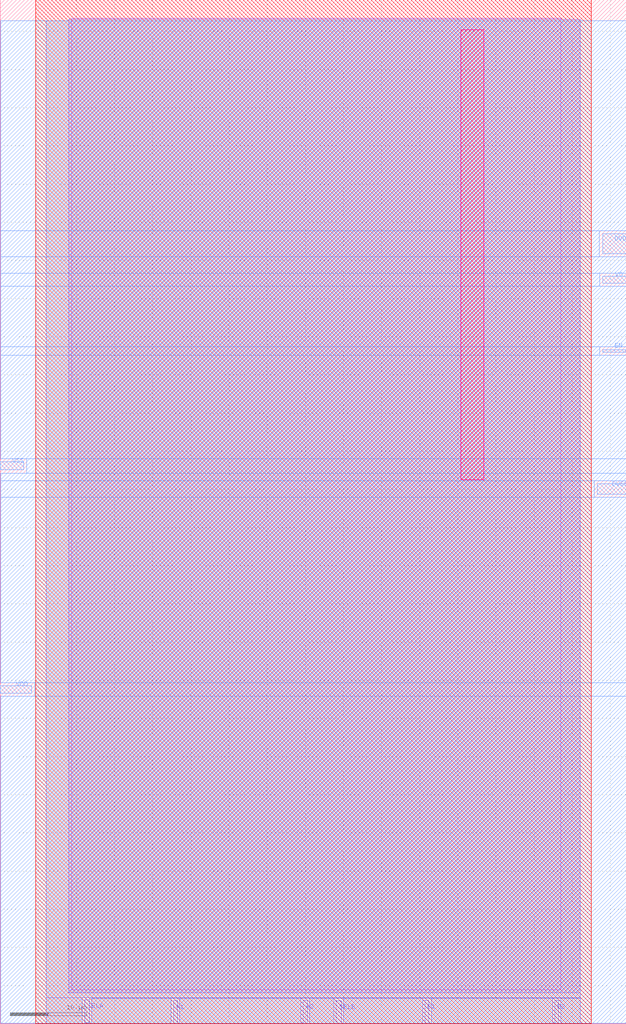
<source format=lef>
VERSION 5.7 ;
  NOWIREEXTENSIONATPIN ON ;
  DIVIDERCHAR "/" ;
  BUSBITCHARS "[]" ;
MACRO EF_R2RVC02
  CLASS BLOCK ;
  FOREIGN EF_R2RVC02 ;
  ORIGIN 0.000 0.000 ;
  SIZE 82.070 BY 134.140 ;
  PIN SELA
    ANTENNAGATEAREA 4.752000 ;
    PORT
      LAYER met2 ;
        RECT 11.040 0.100 11.720 3.120 ;
    END
  END SELA
  PIN SELB
    ANTENNAGATEAREA 4.752000 ;
    PORT
      LAYER met2 ;
        RECT 44.040 0.000 44.730 3.040 ;
    END
  END SELB
  PIN A1
    ANTENNADIFFAREA 2.610000 ;
    PORT
      LAYER met2 ;
        RECT 22.700 0.020 23.260 3.050 ;
    END
  END A1
  PIN A2
    ANTENNADIFFAREA 2.610000 ;
    PORT
      LAYER met2 ;
        RECT 39.710 0.030 40.270 3.080 ;
    END
  END A2
  PIN B1
    ANTENNADIFFAREA 2.610000 ;
    PORT
      LAYER met2 ;
        RECT 55.670 0.050 56.220 3.090 ;
    END
  END B1
  PIN B2
    ANTENNADIFFAREA 2.610000 ;
    PORT
      LAYER met2 ;
        RECT 72.700 0.050 73.230 3.060 ;
    END
  END B2
  PIN VDD
    ANTENNAGATEAREA 100.000000 ;
    ANTENNADIFFAREA 598.042908 ;
    PORT
      LAYER met3 ;
        RECT 0.000 43.300 4.110 44.300 ;
    END
  END VDD
  PIN VSS
    ANTENNAGATEAREA 130.000000 ;
    ANTENNADIFFAREA 271.063080 ;
    PORT
      LAYER met3 ;
        RECT 0.000 72.540 3.060 73.610 ;
    END
  END VSS
  PIN DVSS
    ANTENNADIFFAREA 215.901642 ;
    PORT
      LAYER met3 ;
        RECT 78.270 69.370 82.040 70.720 ;
    END
  END DVSS
  PIN DVDD
    ANTENNADIFFAREA 9.946099 ;
    PORT
      LAYER met3 ;
        RECT 78.960 100.890 82.040 103.470 ;
    END
  END DVDD
  PIN VO
    ANTENNADIFFAREA 0.492900 ;
    PORT
      LAYER met3 ;
        RECT 79.020 97.030 82.050 97.910 ;
    END
  END VO
  PIN EN
    ANTENNAGATEAREA 0.252000 ;
    PORT
      LAYER met3 ;
        RECT 78.970 87.950 82.020 88.310 ;
    END
  END EN
  OBS
      LAYER li1 ;
        RECT 9.385 4.450 73.485 131.695 ;
      LAYER met1 ;
        RECT 8.995 4.040 76.015 131.585 ;
      LAYER met2 ;
        RECT 6.020 3.400 76.040 131.385 ;
        RECT 6.020 0.035 10.760 3.400 ;
        RECT 12.000 3.370 76.040 3.400 ;
        RECT 12.000 3.360 55.390 3.370 ;
        RECT 12.000 3.330 39.430 3.360 ;
        RECT 12.000 0.035 22.420 3.330 ;
        RECT 23.540 0.035 39.430 3.330 ;
        RECT 40.550 3.320 55.390 3.360 ;
        RECT 40.550 0.035 43.760 3.320 ;
        RECT 45.010 0.035 55.390 3.320 ;
        RECT 56.500 3.340 76.040 3.370 ;
        RECT 56.500 0.035 72.420 3.340 ;
        RECT 73.510 0.035 76.040 3.340 ;
      LAYER met3 ;
        RECT 0.070 103.870 82.070 131.405 ;
        RECT 0.070 100.490 78.560 103.870 ;
        RECT 0.070 98.310 82.070 100.490 ;
        RECT 0.070 96.630 78.620 98.310 ;
        RECT 0.070 88.710 82.070 96.630 ;
        RECT 0.070 87.550 78.570 88.710 ;
        RECT 0.070 74.010 82.070 87.550 ;
        RECT 3.460 72.140 82.070 74.010 ;
        RECT 0.070 71.120 82.070 72.140 ;
        RECT 0.070 68.970 77.870 71.120 ;
        RECT 0.070 44.700 82.070 68.970 ;
        RECT 4.510 42.900 82.070 44.700 ;
        RECT 0.070 0.040 82.070 42.900 ;
      LAYER met4 ;
        RECT 4.660 0.030 77.490 134.140 ;
      LAYER met5 ;
        RECT 60.420 71.275 63.420 130.195 ;
  END
END EF_R2RVC02
END LIBRARY


</source>
